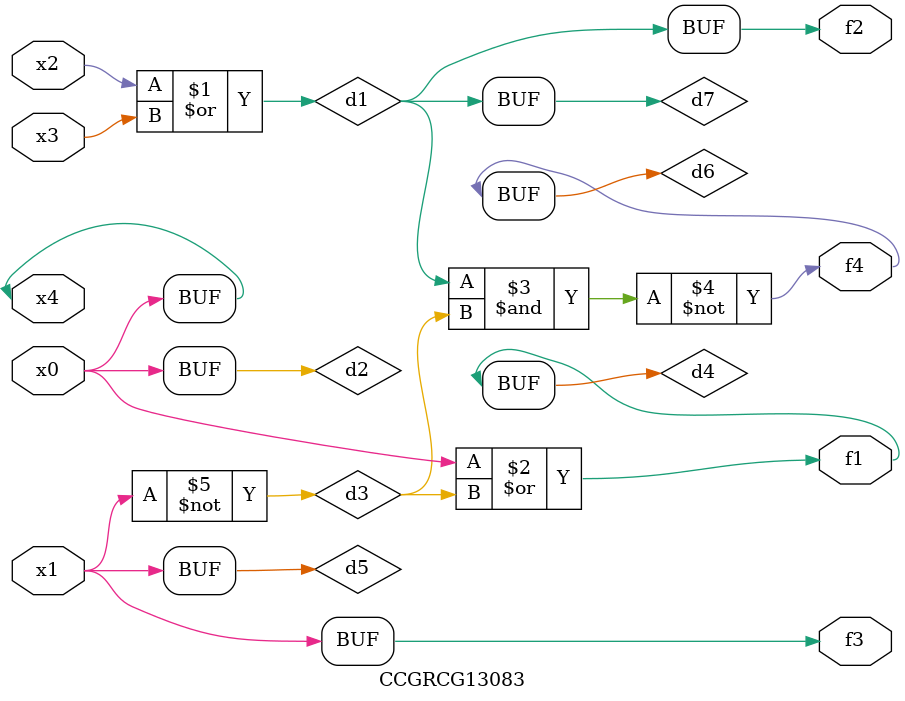
<source format=v>
module CCGRCG13083(
	input x0, x1, x2, x3, x4,
	output f1, f2, f3, f4
);

	wire d1, d2, d3, d4, d5, d6, d7;

	or (d1, x2, x3);
	buf (d2, x0, x4);
	not (d3, x1);
	or (d4, d2, d3);
	not (d5, d3);
	nand (d6, d1, d3);
	or (d7, d1);
	assign f1 = d4;
	assign f2 = d7;
	assign f3 = d5;
	assign f4 = d6;
endmodule

</source>
